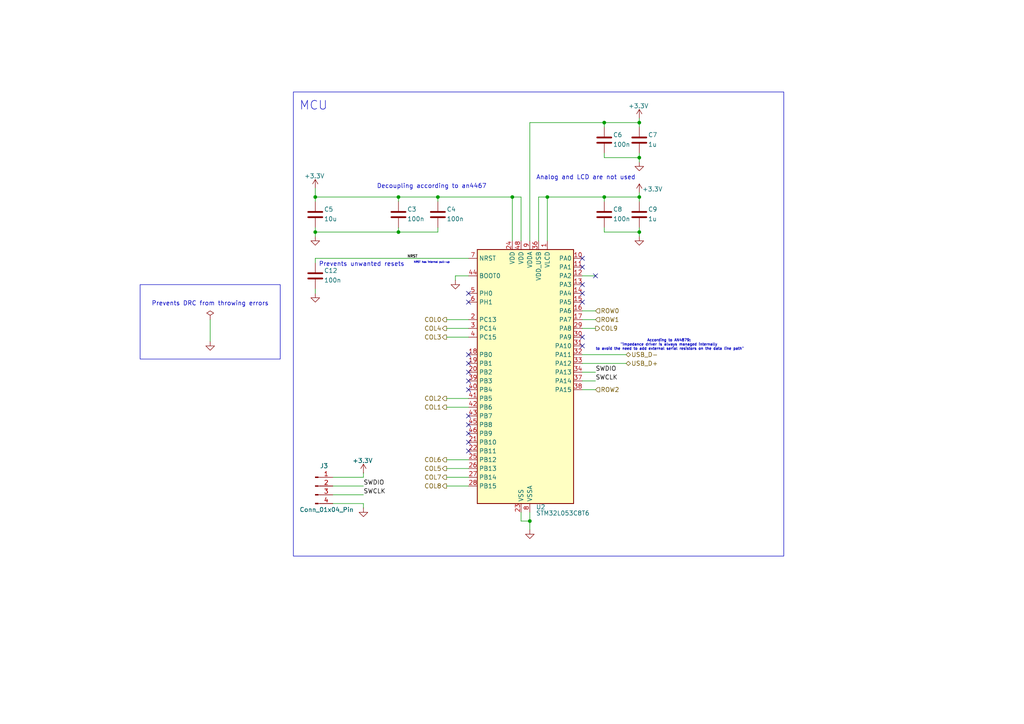
<source format=kicad_sch>
(kicad_sch (version 20231120) (generator "eeschema") (generator_version "8.0")
  (paper "A4")
  (title_block (title "Keyboard based on STM32L0xx") (date "2024-04-28") (rev "0.1") (company "https://github.com/Challmymind"))
  (lib_symbols
    (symbol "Connector:Conn_01x04_Pin" (pin_names (offset 1.016) hide)
      (property "Reference" "J" (at 0 5.08 0))
      (property "Value" "Conn_01x04_Pin" (at 0 -7.62 0))
      (symbol "Conn_01x04_Pin_1_1"
        (polyline (pts (xy 1.27 -5.08) (xy 0.8636 -5.08)) (stroke (width 0.1524)))
        (polyline (pts (xy 1.27 -2.54) (xy 0.8636 -2.54)) (stroke (width 0.1524)))
        (polyline (pts (xy 1.27 0) (xy 0.8636 0)) (stroke (width 0.1524)))
        (polyline (pts (xy 1.27 2.54) (xy 0.8636 2.54)) (stroke (width 0.1524)))
        (rectangle (start 0.8636 -4.953) (end 0 -5.207) (stroke (width 0.1524)) (fill (type outline)))
        (rectangle (start 0.8636 -2.413) (end 0 -2.667) (stroke (width 0.1524)) (fill (type outline)))
        (rectangle (start 0.8636 0.127) (end 0 -0.127) (stroke (width 0.1524)) (fill (type outline)))
        (rectangle (start 0.8636 2.667) (end 0 2.413) (stroke (width 0.1524)) (fill (type outline)))
        (pin passive line (at 5.08 2.54 180) (length 3.81) (name "Pin_1") (number "1"))
        (pin passive line (at 5.08 0 180) (length 3.81) (name "Pin_2") (number "2"))
        (pin passive line (at 5.08 -2.54 180) (length 3.81) (name "Pin_3") (number "3"))
        (pin passive line (at 5.08 -5.08 180) (length 3.81) (name "Pin_4") (number "4"))
      )
    )
    (symbol "Device:C" (pin_numbers hide) (pin_names (offset 0.254))
      (property "Reference" "C" (at 0.635 2.54 0))
      (property "Value" "C" (at 0.635 -2.54 0))
      (symbol "C_0_1"
        (polyline (pts (xy -2.032 -0.762) (xy 2.032 -0.762)) (stroke (width 0.508)))
        (polyline (pts (xy -2.032 0.762) (xy 2.032 0.762)) (stroke (width 0.508)))
      )
      (symbol "C_1_1"
        (pin passive line (at 0 3.81 270) (length 2.794) (name "~") (number "1"))
        (pin passive line (at 0 -3.81 90) (length 2.794) (name "~") (number "2"))
      )
    )
    (symbol "MCU_ST_STM32L0:STM32L053C8Tx"
      (property "Reference" "U" (at -12.7 39.37 0))
      (property "Value" "STM32L053C8Tx" (at 10.16 39.37 0))
      (symbol "STM32L053C8Tx_0_1"
        (rectangle (start -12.7 -35.56) (end 15.24 38.1) (stroke (width 0.254)) (fill (type background)))
      )
      (symbol "STM32L053C8Tx_1_1"
        (pin power_in line (at 7.62 40.64 270) (length 2.54) (name "VLCD") (number "1"))
        (pin bidirectional line (at 17.78 35.56 180) (length 2.54) (name "PA0") (number "10"))
        (pin bidirectional line (at 17.78 33.02 180) (length 2.54) (name "PA1") (number "11"))
        (pin bidirectional line (at 17.78 30.48 180) (length 2.54) (name "PA2") (number "12"))
        (pin bidirectional line (at 17.78 27.94 180) (length 2.54) (name "PA3") (number "13"))
        (pin bidirectional line (at 17.78 25.4 180) (length 2.54) (name "PA4") (number "14"))
        (pin bidirectional line (at 17.78 22.86 180) (length 2.54) (name "PA5") (number "15"))
        (pin bidirectional line (at 17.78 20.32 180) (length 2.54) (name "PA6") (number "16"))
        (pin bidirectional line (at 17.78 17.78 180) (length 2.54) (name "PA7") (number "17"))
        (pin bidirectional line (at -15.24 7.62 0) (length 2.54) (name "PB0") (number "18"))
        (pin bidirectional line (at -15.24 5.08 0) (length 2.54) (name "PB1") (number "19"))
        (pin bidirectional line (at -15.24 17.78 0) (length 2.54) (name "PC13") (number "2"))
        (pin bidirectional line (at -15.24 2.54 0) (length 2.54) (name "PB2") (number "20"))
        (pin bidirectional line (at -15.24 -17.78 0) (length 2.54) (name "PB10") (number "21"))
        (pin bidirectional line (at -15.24 -20.32 0) (length 2.54) (name "PB11") (number "22"))
        (pin power_in line (at 0 -38.1 90) (length 2.54) (name "VSS") (number "23"))
        (pin power_in line (at -2.54 40.64 270) (length 2.54) (name "VDD") (number "24"))
        (pin bidirectional line (at -15.24 -22.86 0) (length 2.54) (name "PB12") (number "25"))
        (pin bidirectional line (at -15.24 -25.4 0) (length 2.54) (name "PB13") (number "26"))
        (pin bidirectional line (at -15.24 -27.94 0) (length 2.54) (name "PB14") (number "27"))
        (pin bidirectional line (at -15.24 -30.48 0) (length 2.54) (name "PB15") (number "28"))
        (pin bidirectional line (at 17.78 15.24 180) (length 2.54) (name "PA8") (number "29"))
        (pin bidirectional line (at -15.24 15.24 0) (length 2.54) (name "PC14") (number "3"))
        (pin bidirectional line (at 17.78 12.7 180) (length 2.54) (name "PA9") (number "30"))
        (pin bidirectional line (at 17.78 10.16 180) (length 2.54) (name "PA10") (number "31"))
        (pin bidirectional line (at 17.78 7.62 180) (length 2.54) (name "PA11") (number "32"))
        (pin bidirectional line (at 17.78 5.08 180) (length 2.54) (name "PA12") (number "33"))
        (pin bidirectional line (at 17.78 2.54 180) (length 2.54) (name "PA13") (number "34"))
        (pin passive line (at 0 -38.1 90) (length 2.54) hide (name "VSS") (number "35"))
        (pin power_in line (at 5.08 40.64 270) (length 2.54) (name "VDD_USB") (number "36"))
        (pin bidirectional line (at 17.78 0 180) (length 2.54) (name "PA14") (number "37"))
        (pin bidirectional line (at 17.78 -2.54 180) (length 2.54) (name "PA15") (number "38"))
        (pin bidirectional line (at -15.24 0 0) (length 2.54) (name "PB3") (number "39"))
        (pin bidirectional line (at -15.24 12.7 0) (length 2.54) (name "PC15") (number "4"))
        (pin bidirectional line (at -15.24 -2.54 0) (length 2.54) (name "PB4") (number "40"))
        (pin bidirectional line (at -15.24 -5.08 0) (length 2.54) (name "PB5") (number "41"))
        (pin bidirectional line (at -15.24 -7.62 0) (length 2.54) (name "PB6") (number "42"))
        (pin bidirectional line (at -15.24 -10.16 0) (length 2.54) (name "PB7") (number "43"))
        (pin input line (at -15.24 30.48 0) (length 2.54) (name "BOOT0") (number "44"))
        (pin bidirectional line (at -15.24 -12.7 0) (length 2.54) (name "PB8") (number "45"))
        (pin bidirectional line (at -15.24 -15.24 0) (length 2.54) (name "PB9") (number "46"))
        (pin passive line (at 0 -38.1 90) (length 2.54) hide (name "VSS") (number "47"))
        (pin power_in line (at 0 40.64 270) (length 2.54) (name "VDD") (number "48"))
        (pin bidirectional line (at -15.24 25.4 0) (length 2.54) (name "PH0") (number "5"))
        (pin bidirectional line (at -15.24 22.86 0) (length 2.54) (name "PH1") (number "6"))
        (pin input line (at -15.24 35.56 0) (length 2.54) (name "NRST") (number "7"))
        (pin power_in line (at 2.54 -38.1 90) (length 2.54) (name "VSSA") (number "8"))
        (pin power_in line (at 2.54 40.64 270) (length 2.54) (name "VDDA") (number "9"))
      )
    )
    (symbol "power:+3.3V" (power) (pin_numbers hide) (pin_names (offset 0) hide)
      (property "Value" "+3.3V" (at 0 3.556 0))
      (symbol "+3.3V_0_1"
        (polyline (pts (xy -0.762 1.27) (xy 0 2.54)))
        (polyline (pts (xy 0 0) (xy 0 2.54)))
        (polyline (pts (xy 0 2.54) (xy 0.762 1.27)))
      )
      (symbol "+3.3V_1_1"
        (pin power_in line (at 0 0 90) (length 0) (name "~") (number "1"))
      )
    )
    (symbol "power:GND" (power) (pin_numbers hide) (pin_names (offset 0) hide)
      (property "Value" "GND" (at 0 -3.81 0))
      (symbol "GND_0_1"
        (polyline (pts (xy 0 0) (xy 0 -1.27) (xy 1.27 -1.27) (xy 0 -2.54) (xy -1.27 -1.27) (xy 0 -1.27)))
      )
      (symbol "GND_1_1"
        (pin power_in line (at 0 0 270) (length 0) (name "~") (number "1"))
      )
    )
    (symbol "power:PWR_FLAG" (power) (pin_numbers hide) (pin_names (offset 0) hide)
      (property "Value" "PWR_FLAG" (at 0 3.81 0))
      (symbol "PWR_FLAG_0_0"
        (pin power_out line (at 0 0 90) (length 0) (name "~") (number "1"))
      )
      (symbol "PWR_FLAG_0_1"
        (polyline (pts (xy 0 0) (xy 0 1.27) (xy -1.016 1.905) (xy 0 2.54) (xy 1.016 1.905) (xy 0 1.27)))
      )
    )
  )
  (junction (at 91.44 67.31))
  (junction (at 185.42 57.15))
  (junction (at 185.42 45.72))
  (junction (at 115.57 67.31))
  (junction (at 153.67 151.13))
  (junction (at 175.26 35.56))
  (junction (at 185.42 35.56))
  (junction (at 185.42 67.31))
  (junction (at 91.44 57.15))
  (junction (at 115.57 57.15))
  (junction (at 148.59 57.15))
  (junction (at 158.75 57.15))
  (junction (at 127 57.15))
  (junction (at 175.26 57.15))
  (no_connect (at 135.89 130.81))
  (no_connect (at 135.89 110.49))
  (no_connect (at 168.91 100.33))
  (no_connect (at 168.91 97.79))
  (no_connect (at 172.72 80.01))
  (no_connect (at 135.89 85.09))
  (no_connect (at 168.91 77.47))
  (no_connect (at 135.89 102.87))
  (no_connect (at 168.91 87.63))
  (no_connect (at 168.91 82.55))
  (no_connect (at 135.89 123.19))
  (no_connect (at 135.89 107.95))
  (no_connect (at 135.89 128.27))
  (no_connect (at 135.89 87.63))
  (no_connect (at 168.91 85.09))
  (no_connect (at 168.91 74.93))
  (no_connect (at 135.89 113.03))
  (no_connect (at 135.89 120.65))
  (no_connect (at 135.89 105.41))
  (no_connect (at 135.89 125.73))
  (wire (pts (xy 168.91 105.41) (xy 181.61 105.41)))
  (wire (pts (xy 151.13 148.59) (xy 151.13 151.13)))
  (wire (pts (xy 129.54 95.25) (xy 135.89 95.25)))
  (wire (pts (xy 156.21 69.85) (xy 156.21 57.15)))
  (wire (pts (xy 105.41 137.16) (xy 105.41 138.43)))
  (wire (pts (xy 153.67 35.56) (xy 153.67 69.85)))
  (wire (pts (xy 158.75 57.15) (xy 158.75 69.85)))
  (wire (pts (xy 91.44 74.93) (xy 91.44 76.2)))
  (wire (pts (xy 115.57 57.15) (xy 115.57 58.42)))
  (wire (pts (xy 185.42 35.56) (xy 185.42 36.83)))
  (wire (pts (xy 132.08 80.01) (xy 132.08 81.28)))
  (wire (pts (xy 185.42 34.29) (xy 185.42 35.56)))
  (wire (pts (xy 129.54 133.35) (xy 135.89 133.35)))
  (wire (pts (xy 127 67.31) (xy 127 66.04)))
  (wire (pts (xy 185.42 55.88) (xy 185.42 57.15)))
  (wire (pts (xy 91.44 83.82) (xy 91.44 85.09)))
  (wire (pts (xy 185.42 57.15) (xy 185.42 58.42)))
  (wire (pts (xy 96.52 140.97) (xy 105.41 140.97)))
  (wire (pts (xy 129.54 135.89) (xy 135.89 135.89)))
  (wire (pts (xy 127 57.15) (xy 127 58.42)))
  (wire (pts (xy 105.41 146.05) (xy 105.41 147.32)))
  (wire (pts (xy 91.44 67.31) (xy 115.57 67.31)))
  (wire (pts (xy 129.54 118.11) (xy 135.89 118.11)))
  (wire (pts (xy 153.67 35.56) (xy 175.26 35.56)))
  (wire (pts (xy 185.42 45.72) (xy 185.42 46.99)))
  (wire (pts (xy 168.91 107.95) (xy 172.72 107.95)))
  (wire (pts (xy 168.91 90.17) (xy 172.72 90.17)))
  (wire (pts (xy 91.44 66.04) (xy 91.44 67.31)))
  (wire (pts (xy 96.52 146.05) (xy 105.41 146.05)))
  (wire (pts (xy 151.13 57.15) (xy 148.59 57.15)))
  (wire (pts (xy 60.96 92.71) (xy 60.96 99.06)))
  (wire (pts (xy 91.44 57.15) (xy 115.57 57.15)))
  (wire (pts (xy 129.54 138.43) (xy 135.89 138.43)))
  (wire (pts (xy 132.08 80.01) (xy 135.89 80.01)))
  (wire (pts (xy 153.67 148.59) (xy 153.67 151.13)))
  (wire (pts (xy 115.57 67.31) (xy 115.57 66.04)))
  (wire (pts (xy 151.13 57.15) (xy 151.13 69.85)))
  (wire (pts (xy 168.91 92.71) (xy 172.72 92.71)))
  (wire (pts (xy 127 57.15) (xy 148.59 57.15)))
  (wire (pts (xy 175.26 57.15) (xy 175.26 58.42)))
  (wire (pts (xy 185.42 45.72) (xy 185.42 44.45)))
  (wire (pts (xy 129.54 92.71) (xy 135.89 92.71)))
  (wire (pts (xy 115.57 57.15) (xy 127 57.15)))
  (wire (pts (xy 168.91 113.03) (xy 172.72 113.03)))
  (wire (pts (xy 153.67 151.13) (xy 153.67 153.67)))
  (wire (pts (xy 105.41 138.43) (xy 96.52 138.43)))
  (wire (pts (xy 151.13 151.13) (xy 153.67 151.13)))
  (wire (pts (xy 168.91 102.87) (xy 181.61 102.87)))
  (wire (pts (xy 175.26 66.04) (xy 175.26 67.31)))
  (wire (pts (xy 175.26 45.72) (xy 185.42 45.72)))
  (wire (pts (xy 175.26 35.56) (xy 175.26 36.83)))
  (wire (pts (xy 185.42 66.04) (xy 185.42 67.31)))
  (wire (pts (xy 158.75 57.15) (xy 175.26 57.15)))
  (wire (pts (xy 168.91 110.49) (xy 172.72 110.49)))
  (wire (pts (xy 115.57 67.31) (xy 127 67.31)))
  (wire (pts (xy 168.91 95.25) (xy 172.72 95.25)))
  (wire (pts (xy 91.44 58.42) (xy 91.44 57.15)))
  (wire (pts (xy 156.21 57.15) (xy 158.75 57.15)))
  (wire (pts (xy 168.91 80.01) (xy 172.72 80.01)))
  (wire (pts (xy 129.54 115.57) (xy 135.89 115.57)))
  (wire (pts (xy 185.42 67.31) (xy 185.42 68.58)))
  (wire (pts (xy 185.42 67.31) (xy 175.26 67.31)))
  (wire (pts (xy 91.44 54.61) (xy 91.44 57.15)))
  (wire (pts (xy 175.26 57.15) (xy 185.42 57.15)))
  (wire (pts (xy 129.54 97.79) (xy 135.89 97.79)))
  (wire (pts (xy 129.54 140.97) (xy 135.89 140.97)))
  (wire (pts (xy 175.26 35.56) (xy 185.42 35.56)))
  (wire (pts (xy 148.59 57.15) (xy 148.59 69.85)))
  (wire (pts (xy 96.52 143.51) (xy 105.41 143.51)))
  (wire (pts (xy 91.44 67.31) (xy 91.44 68.58)))
  (wire (pts (xy 91.44 74.93) (xy 135.89 74.93)))
  (wire (pts (xy 175.26 44.45) (xy 175.26 45.72)))
  (rectangle (start 85.09 26.67) (end 227.33 161.29))
  (rectangle (start 40.64 82.55) (end 81.28 104.14))
  (text "Decoupling according to an4467" (at 125.222 54.102 0) (effects (font (size 1.27 1.27))))
  (text "Analog and LCD are not used" (at 169.926 51.562 0) (effects (font (size 1.27 1.27))))
  (text "Prevents unwanted resets" (at 104.902 76.708 0) (effects (font (size 1.27 1.27))))
  (text "Prevents DRC from throwing errors\n" (at 60.96 88.138 0) (effects (font (size 1.27 1.27))))
  (text "According to AN4879: \n\"impedance driver is always managed internally \nto avoid the need to add external serial resistors on the data line path\"" (at 194.31 100.076 0) (effects (font (size 0.762 0.762))))
  (text "NRST has internal pull-up" (at 125.222 76.2 0) (effects (font (size 0.508 0.508))))
  (text "MCU" (at 90.932 30.734 0) (effects (font (size 2.54 2.54))))
  (label "NRST" (at 118.11 74.93 0) (effects (font (size 0.762 0.762))))
  (label "SWCLK" (at 105.41 143.51 0))
  (label "SWCLK" (at 172.72 110.49 0))
  (label "SWDIO" (at 172.72 107.95 0))
  (label "SWDIO" (at 105.41 140.97 0))
  (hierarchical_label "COL0" (shape output) (at 129.54 92.71 180))
  (hierarchical_label "COL6" (shape output) (at 129.54 133.35 180))
  (hierarchical_label "COL7" (shape output) (at 129.54 138.43 180))
  (hierarchical_label "COL2" (shape output) (at 129.54 115.57 180))
  (hierarchical_label "USB_D-" (shape bidirectional) (at 181.61 102.87 0))
  (hierarchical_label "COL5" (shape output) (at 129.54 135.89 180))
  (hierarchical_label "COL8" (shape output) (at 129.54 140.97 180))
  (hierarchical_label "COL3" (shape output) (at 129.54 97.79 180))
  (hierarchical_label "ROW1" (shape input) (at 172.72 92.71 0))
  (hierarchical_label "COL1" (shape output) (at 129.54 118.11 180))
  (hierarchical_label "ROW0" (shape input) (at 172.72 90.17 0))
  (hierarchical_label "COL9" (shape output) (at 172.72 95.25 0))
  (hierarchical_label "COL4" (shape output) (at 129.54 95.25 180))
  (hierarchical_label "ROW2" (shape input) (at 172.72 113.03 0))
  (hierarchical_label "USB_D+" (shape bidirectional) (at 181.61 105.41 0))
  (symbol (lib_id "power:GND") (at 91.44 68.58 0) (unit 1)
    (property "Reference" "#PWR0103" (effects (hide yes)))
    (property "Value" "GND" (effects (hide yes)))
    (property "Description" "Power symbol creates a global label with name \"GND\" , ground" (effects (hide yes)))
  )
  (symbol (lib_id "power:+3.3V") (at 91.44 54.61 0) (unit 1)
    (property "Reference" "#PWR0102" (effects (hide yes)))
    (property "Value" "+3.3V" (at 91.186 51.054 0))
    (property "Description" "Power symbol creates a global label with name \"+3.3V\"" (effects (hide yes)))
  )
  (symbol (lib_id "Device:C") (at 115.57 62.23 0) (unit 1)
    (property "Reference" "C3" (at 118.11 60.706 0) (effects (justify left)))
    (property "Value" "100n" (at 118.11 63.5 0) (effects (justify left)))
    (property "Footprint" "Capacitor_SMD:C_0603_1608Metric" (effects (hide yes)))
    (property "Datasheet" "MBAST105SB7104KFNA01" (effects (hide yes)))
    (property "Description" "Unpolarized capacitor" (effects (hide yes)))
  )
  (symbol (lib_id "power:GND") (at 91.44 85.09 0) (unit 1)
    (property "Reference" "#PWR0105" (effects (hide yes)))
    (property "Value" "GND" (effects (hide yes)))
    (property "Description" "Power symbol creates a global label with name \"GND\" , ground" (effects (hide yes)))
  )
  (symbol (lib_id "Device:C") (at 175.26 62.23 0) (unit 1)
    (property "Reference" "C8" (at 177.8 60.706 0) (effects (justify left)))
    (property "Value" "100n" (at 177.8 63.5 0) (effects (justify left)))
    (property "Footprint" "Capacitor_SMD:C_0603_1608Metric" (effects (hide yes)))
    (property "Datasheet" "MBAST105SB7104KFNA01" (effects (hide yes)))
    (property "Description" "Unpolarized capacitor" (effects (hide yes)))
  )
  (symbol (lib_id "Connector:Conn_01x04_Pin") (at 91.44 140.97 0) (unit 1)
    (property "Reference" "J3" (at 93.98 135.128 0))
    (property "Value" "Conn_01x04_Pin" (at 94.742 147.828 0))
    (property "Footprint" "Connector_PinHeader_2.54mm:PinHeader_1x04_P2.54mm_Vertical" (effects (hide yes)))
    (property "Description" "Generic connector, single row, 01x04, script generated" (effects (hide yes)))
  )
  (symbol (lib_id "Device:C") (at 175.26 40.64 0) (unit 1)
    (property "Reference" "C6" (at 177.8 39.116 0) (effects (justify left)))
    (property "Value" "100n" (at 177.8 41.91 0) (effects (justify left)))
    (property "Footprint" "Capacitor_SMD:C_0603_1608Metric" (effects (hide yes)))
    (property "Datasheet" "MBAST105SB7104KFNA01" (effects (hide yes)))
    (property "Description" "Unpolarized capacitor" (effects (hide yes)))
  )
  (symbol (lib_id "power:+3.3V") (at 185.42 55.88 0) (unit 1)
    (property "Reference" "#PWR0111" (effects (hide yes)))
    (property "Value" "+3.3V" (at 189.23 54.864 0))
    (property "Description" "Power symbol creates a global label with name \"+3.3V\"" (effects (hide yes)))
  )
  (symbol (lib_id "Device:C") (at 91.44 62.23 0) (unit 1)
    (property "Reference" "C5" (at 93.98 60.706 0) (effects (justify left)))
    (property "Value" "10u" (at 93.98 63.5 0) (effects (justify left)))
    (property "Footprint" "Capacitor_SMD:C_0603_1608Metric" (effects (hide yes)))
    (property "Datasheet" "MEASJ105CB5106MF1A01" (effects (hide yes)))
    (property "Description" "Unpolarized capacitor" (effects (hide yes)))
  )
  (symbol (lib_id "power:GND") (at 185.42 68.58 0) (unit 1)
    (property "Reference" "#PWR0114" (effects (hide yes)))
    (property "Value" "GND" (effects (hide yes)))
    (property "Description" "Power symbol creates a global label with name \"GND\" , ground" (effects (hide yes)))
  )
  (symbol (lib_id "Device:C") (at 91.44 80.01 0) (unit 1)
    (property "Reference" "C12" (at 93.98 78.486 0) (effects (justify left)))
    (property "Value" "100n" (at 93.98 81.28 0) (effects (justify left)))
    (property "Footprint" "Capacitor_SMD:C_0603_1608Metric" (effects (hide yes)))
    (property "Datasheet" "MBAST105SB7104KFNA01" (effects (hide yes)))
    (property "Description" "Unpolarized capacitor" (effects (hide yes)))
  )
  (symbol (lib_id "power:GND") (at 153.67 153.67 0) (unit 1)
    (property "Reference" "#PWR0110" (effects (hide yes)))
    (property "Value" "GND" (effects (hide yes)))
    (property "Description" "Power symbol creates a global label with name \"GND\" , ground" (effects (hide yes)))
  )
  (symbol (lib_id "power:GND") (at 132.08 81.28 0) (unit 1)
    (property "Reference" "#PWR01" (effects (hide yes)))
    (property "Value" "GND" (effects (hide yes)))
    (property "Description" "Power symbol creates a global label with name \"GND\" , ground" (effects (hide yes)))
  )
  (symbol (lib_id "power:+3.3V") (at 185.42 34.29 0) (unit 1)
    (property "Reference" "#PWR0112" (effects (hide yes)))
    (property "Value" "+3.3V" (at 185.166 30.734 0))
    (property "Description" "Power symbol creates a global label with name \"+3.3V\"" (effects (hide yes)))
  )
  (symbol (lib_id "Device:C") (at 127 62.23 0) (unit 1)
    (property "Reference" "C4" (at 129.54 60.706 0) (effects (justify left)))
    (property "Value" "100n" (at 129.54 63.5 0) (effects (justify left)))
    (property "Footprint" "Capacitor_SMD:C_0603_1608Metric" (effects (hide yes)))
    (property "Datasheet" "MBAST105SB7104KFNA01" (effects (hide yes)))
    (property "Description" "Unpolarized capacitor" (effects (hide yes)))
  )
  (symbol (lib_id "power:PWR_FLAG") (at 60.96 92.71 0) (unit 1)
    (property "Reference" "#FLG0101" (effects (hide yes)))
    (property "Value" "PWR_FLAG" (effects (hide yes)))
    (property "Description" "Special symbol for telling ERC where power comes from" (effects (hide yes)))
  )
  (symbol (lib_id "power:+3.3V") (at 105.41 137.16 0) (unit 1)
    (property "Reference" "#PWR0108" (effects (hide yes)))
    (property "Value" "+3.3V" (at 105.156 133.604 0))
    (property "Description" "Power symbol creates a global label with name \"+3.3V\"" (effects (hide yes)))
  )
  (symbol (lib_id "Device:C") (at 185.42 40.64 0) (unit 1)
    (property "Reference" "C7" (at 187.96 39.116 0) (effects (justify left)))
    (property "Value" "1u" (at 187.96 41.91 0) (effects (justify left)))
    (property "Footprint" "Capacitor_SMD:C_0603_1608Metric" (effects (hide yes)))
    (property "Datasheet" "MEASA062PD6105MF1A01" (effects (hide yes)))
    (property "Description" "Unpolarized capacitor" (effects (hide yes)))
  )
  (symbol (lib_id "power:GND") (at 105.41 147.32 0) (unit 1)
    (property "Reference" "#PWR0109" (effects (hide yes)))
    (property "Value" "GND" (effects (hide yes)))
    (property "Description" "Power symbol creates a global label with name \"GND\" , ground" (effects (hide yes)))
  )
  (symbol (lib_id "Device:C") (at 185.42 62.23 0) (unit 1)
    (property "Reference" "C9" (at 187.96 60.706 0) (effects (justify left)))
    (property "Value" "1u" (at 187.96 63.5 0) (effects (justify left)))
    (property "Footprint" "Capacitor_SMD:C_0603_1608Metric" (effects (hide yes)))
    (property "Datasheet" "MEASA062PD6105MF1A01" (effects (hide yes)))
    (property "Description" "Unpolarized capacitor" (effects (hide yes)))
  )
  (symbol (lib_id "MCU_ST_STM32L0:STM32L053C8Tx") (at 151.13 110.49 0) (unit 1)
    (property "Reference" "U2" (at 155.448 147.066 0) (effects (justify left)))
    (property "Value" "STM32L053C8T6" (at 155.448 148.844 0) (effects (justify left)))
    (property "Footprint" "Package_QFP:LQFP-48_7x7mm_P0.5mm" (effects (hide yes)))
    (property "Datasheet" "https://www.st.com/resource/en/datasheet/stm32l053c8.pdf" (effects (hide yes)))
    (property "Description" "STMicroelectronics Arm Cortex-M0+ MCU, 64KB flash, 8KB RAM, 32 MHz, 1.65-3.6V, 37 GPIO, LQFP48" (effects (hide yes)))
  )
  (symbol (lib_id "power:GND") (at 185.42 46.99 0) (unit 1)
    (property "Reference" "#PWR0113" (effects (hide yes)))
    (property "Value" "GND" (effects (hide yes)))
    (property "Description" "Power symbol creates a global label with name \"GND\" , ground" (effects (hide yes)))
  )
  (symbol (lib_id "power:GND") (at 60.96 99.06 0) (unit 1)
    (property "Reference" "#PWR0106" (effects (hide yes)))
    (property "Value" "GND" (effects (hide yes)))
    (property "Description" "Power symbol creates a global label with name \"GND\" , ground" (effects (hide yes)))
  )
)
</source>
